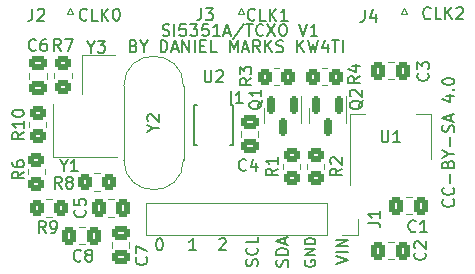
<source format=gbr>
%TF.GenerationSoftware,KiCad,Pcbnew,(6.0.11)*%
%TF.CreationDate,2023-11-05T19:40:27-06:00*%
%TF.ProjectId,PLLBoard,504c4c42-6f61-4726-942e-6b696361645f,rev?*%
%TF.SameCoordinates,Original*%
%TF.FileFunction,Legend,Top*%
%TF.FilePolarity,Positive*%
%FSLAX46Y46*%
G04 Gerber Fmt 4.6, Leading zero omitted, Abs format (unit mm)*
G04 Created by KiCad (PCBNEW (6.0.11)) date 2023-11-05 19:40:27*
%MOMM*%
%LPD*%
G01*
G04 APERTURE LIST*
G04 Aperture macros list*
%AMRoundRect*
0 Rectangle with rounded corners*
0 $1 Rounding radius*
0 $2 $3 $4 $5 $6 $7 $8 $9 X,Y pos of 4 corners*
0 Add a 4 corners polygon primitive as box body*
4,1,4,$2,$3,$4,$5,$6,$7,$8,$9,$2,$3,0*
0 Add four circle primitives for the rounded corners*
1,1,$1+$1,$2,$3*
1,1,$1+$1,$4,$5*
1,1,$1+$1,$6,$7*
1,1,$1+$1,$8,$9*
0 Add four rect primitives between the rounded corners*
20,1,$1+$1,$2,$3,$4,$5,0*
20,1,$1+$1,$4,$5,$6,$7,0*
20,1,$1+$1,$6,$7,$8,$9,0*
20,1,$1+$1,$8,$9,$2,$3,0*%
G04 Aperture macros list end*
%ADD10C,0.150000*%
%ADD11C,0.120000*%
%ADD12R,1.500000X2.000000*%
%ADD13R,3.800000X2.000000*%
%ADD14C,1.500000*%
%ADD15R,1.500000X5.080000*%
%ADD16RoundRect,0.250000X0.450000X-0.350000X0.450000X0.350000X-0.450000X0.350000X-0.450000X-0.350000X0*%
%ADD17RoundRect,0.250000X-0.450000X0.350000X-0.450000X-0.350000X0.450000X-0.350000X0.450000X0.350000X0*%
%ADD18RoundRect,0.250000X-0.475000X0.337500X-0.475000X-0.337500X0.475000X-0.337500X0.475000X0.337500X0*%
%ADD19RoundRect,0.250000X-0.350000X-0.450000X0.350000X-0.450000X0.350000X0.450000X-0.350000X0.450000X0*%
%ADD20RoundRect,0.150000X-0.150000X0.587500X-0.150000X-0.587500X0.150000X-0.587500X0.150000X0.587500X0*%
%ADD21RoundRect,0.250000X0.475000X-0.337500X0.475000X0.337500X-0.475000X0.337500X-0.475000X-0.337500X0*%
%ADD22RoundRect,0.250000X-0.337500X-0.475000X0.337500X-0.475000X0.337500X0.475000X-0.337500X0.475000X0*%
%ADD23RoundRect,0.250000X0.337500X0.475000X-0.337500X0.475000X-0.337500X-0.475000X0.337500X-0.475000X0*%
%ADD24R,0.300000X1.400000*%
%ADD25R,2.100000X1.800000*%
%ADD26R,1.700000X1.700000*%
%ADD27O,1.700000X1.700000*%
%ADD28R,1.000000X1.150000*%
G04 APERTURE END LIST*
D10*
X70048571Y-62714142D02*
X70000952Y-62761761D01*
X69858095Y-62809380D01*
X69762857Y-62809380D01*
X69620000Y-62761761D01*
X69524761Y-62666523D01*
X69477142Y-62571285D01*
X69429523Y-62380809D01*
X69429523Y-62237952D01*
X69477142Y-62047476D01*
X69524761Y-61952238D01*
X69620000Y-61857000D01*
X69762857Y-61809380D01*
X69858095Y-61809380D01*
X70000952Y-61857000D01*
X70048571Y-61904619D01*
X70953333Y-62809380D02*
X70477142Y-62809380D01*
X70477142Y-61809380D01*
X71286666Y-62809380D02*
X71286666Y-61809380D01*
X71858095Y-62809380D02*
X71429523Y-62237952D01*
X71858095Y-61809380D02*
X71286666Y-62380809D01*
X72810476Y-62809380D02*
X72239047Y-62809380D01*
X72524761Y-62809380D02*
X72524761Y-61809380D01*
X72429523Y-61952238D01*
X72334285Y-62047476D01*
X72239047Y-62095095D01*
X74290000Y-83115714D02*
X74247142Y-83201428D01*
X74247142Y-83330000D01*
X74290000Y-83458571D01*
X74375714Y-83544285D01*
X74461428Y-83587142D01*
X74632857Y-83630000D01*
X74761428Y-83630000D01*
X74932857Y-83587142D01*
X75018571Y-83544285D01*
X75104285Y-83458571D01*
X75147142Y-83330000D01*
X75147142Y-83244285D01*
X75104285Y-83115714D01*
X75061428Y-83072857D01*
X74761428Y-83072857D01*
X74761428Y-83244285D01*
X75147142Y-82687142D02*
X74247142Y-82687142D01*
X75147142Y-82172857D01*
X74247142Y-82172857D01*
X75147142Y-81744285D02*
X74247142Y-81744285D01*
X74247142Y-81530000D01*
X74290000Y-81401428D01*
X74375714Y-81315714D01*
X74461428Y-81272857D01*
X74632857Y-81230000D01*
X74761428Y-81230000D01*
X74932857Y-81272857D01*
X75018571Y-81315714D01*
X75104285Y-81401428D01*
X75147142Y-81530000D01*
X75147142Y-81744285D01*
X84907571Y-62587142D02*
X84859952Y-62634761D01*
X84717095Y-62682380D01*
X84621857Y-62682380D01*
X84479000Y-62634761D01*
X84383761Y-62539523D01*
X84336142Y-62444285D01*
X84288523Y-62253809D01*
X84288523Y-62110952D01*
X84336142Y-61920476D01*
X84383761Y-61825238D01*
X84479000Y-61730000D01*
X84621857Y-61682380D01*
X84717095Y-61682380D01*
X84859952Y-61730000D01*
X84907571Y-61777619D01*
X85812333Y-62682380D02*
X85336142Y-62682380D01*
X85336142Y-61682380D01*
X86145666Y-62682380D02*
X86145666Y-61682380D01*
X86717095Y-62682380D02*
X86288523Y-62110952D01*
X86717095Y-61682380D02*
X86145666Y-62253809D01*
X87098047Y-61777619D02*
X87145666Y-61730000D01*
X87240904Y-61682380D01*
X87479000Y-61682380D01*
X87574238Y-61730000D01*
X87621857Y-61777619D01*
X87669476Y-61872857D01*
X87669476Y-61968095D01*
X87621857Y-62110952D01*
X87050428Y-62682380D01*
X87669476Y-62682380D01*
X55824571Y-62714142D02*
X55776952Y-62761761D01*
X55634095Y-62809380D01*
X55538857Y-62809380D01*
X55396000Y-62761761D01*
X55300761Y-62666523D01*
X55253142Y-62571285D01*
X55205523Y-62380809D01*
X55205523Y-62237952D01*
X55253142Y-62047476D01*
X55300761Y-61952238D01*
X55396000Y-61857000D01*
X55538857Y-61809380D01*
X55634095Y-61809380D01*
X55776952Y-61857000D01*
X55824571Y-61904619D01*
X56729333Y-62809380D02*
X56253142Y-62809380D01*
X56253142Y-61809380D01*
X57062666Y-62809380D02*
X57062666Y-61809380D01*
X57634095Y-62809380D02*
X57205523Y-62237952D01*
X57634095Y-61809380D02*
X57062666Y-62380809D01*
X58253142Y-61809380D02*
X58348380Y-61809380D01*
X58443619Y-61857000D01*
X58491238Y-61904619D01*
X58538857Y-61999857D01*
X58586476Y-62190333D01*
X58586476Y-62428428D01*
X58538857Y-62618904D01*
X58491238Y-62714142D01*
X58443619Y-62761761D01*
X58348380Y-62809380D01*
X58253142Y-62809380D01*
X58157904Y-62761761D01*
X58110285Y-62714142D01*
X58062666Y-62618904D01*
X58015047Y-62428428D01*
X58015047Y-62190333D01*
X58062666Y-61999857D01*
X58110285Y-61904619D01*
X58157904Y-61857000D01*
X58253142Y-61809380D01*
X59762523Y-64952571D02*
X59905380Y-65000190D01*
X59953000Y-65047809D01*
X60000619Y-65143047D01*
X60000619Y-65285904D01*
X59953000Y-65381142D01*
X59905380Y-65428761D01*
X59810142Y-65476380D01*
X59429190Y-65476380D01*
X59429190Y-64476380D01*
X59762523Y-64476380D01*
X59857761Y-64524000D01*
X59905380Y-64571619D01*
X59953000Y-64666857D01*
X59953000Y-64762095D01*
X59905380Y-64857333D01*
X59857761Y-64904952D01*
X59762523Y-64952571D01*
X59429190Y-64952571D01*
X60619666Y-65000190D02*
X60619666Y-65476380D01*
X60286333Y-64476380D02*
X60619666Y-65000190D01*
X60953000Y-64476380D01*
X62048238Y-65476380D02*
X62048238Y-64476380D01*
X62286333Y-64476380D01*
X62429190Y-64524000D01*
X62524428Y-64619238D01*
X62572047Y-64714476D01*
X62619666Y-64904952D01*
X62619666Y-65047809D01*
X62572047Y-65238285D01*
X62524428Y-65333523D01*
X62429190Y-65428761D01*
X62286333Y-65476380D01*
X62048238Y-65476380D01*
X63000619Y-65190666D02*
X63476809Y-65190666D01*
X62905380Y-65476380D02*
X63238714Y-64476380D01*
X63572047Y-65476380D01*
X63905380Y-65476380D02*
X63905380Y-64476380D01*
X64476809Y-65476380D01*
X64476809Y-64476380D01*
X64953000Y-65476380D02*
X64953000Y-64476380D01*
X65429190Y-64952571D02*
X65762523Y-64952571D01*
X65905380Y-65476380D02*
X65429190Y-65476380D01*
X65429190Y-64476380D01*
X65905380Y-64476380D01*
X66810142Y-65476380D02*
X66333952Y-65476380D01*
X66333952Y-64476380D01*
X67905380Y-65476380D02*
X67905380Y-64476380D01*
X68238714Y-65190666D01*
X68572047Y-64476380D01*
X68572047Y-65476380D01*
X69000619Y-65190666D02*
X69476809Y-65190666D01*
X68905380Y-65476380D02*
X69238714Y-64476380D01*
X69572047Y-65476380D01*
X70476809Y-65476380D02*
X70143476Y-65000190D01*
X69905380Y-65476380D02*
X69905380Y-64476380D01*
X70286333Y-64476380D01*
X70381571Y-64524000D01*
X70429190Y-64571619D01*
X70476809Y-64666857D01*
X70476809Y-64809714D01*
X70429190Y-64904952D01*
X70381571Y-64952571D01*
X70286333Y-65000190D01*
X69905380Y-65000190D01*
X70905380Y-65476380D02*
X70905380Y-64476380D01*
X71476809Y-65476380D02*
X71048238Y-64904952D01*
X71476809Y-64476380D02*
X70905380Y-65047809D01*
X71857761Y-65428761D02*
X72000619Y-65476380D01*
X72238714Y-65476380D01*
X72333952Y-65428761D01*
X72381571Y-65381142D01*
X72429190Y-65285904D01*
X72429190Y-65190666D01*
X72381571Y-65095428D01*
X72333952Y-65047809D01*
X72238714Y-65000190D01*
X72048238Y-64952571D01*
X71953000Y-64904952D01*
X71905380Y-64857333D01*
X71857761Y-64762095D01*
X71857761Y-64666857D01*
X71905380Y-64571619D01*
X71953000Y-64524000D01*
X72048238Y-64476380D01*
X72286333Y-64476380D01*
X72429190Y-64524000D01*
X73619666Y-65476380D02*
X73619666Y-64476380D01*
X74191095Y-65476380D02*
X73762523Y-64904952D01*
X74191095Y-64476380D02*
X73619666Y-65047809D01*
X74524428Y-64476380D02*
X74762523Y-65476380D01*
X74953000Y-64762095D01*
X75143476Y-65476380D01*
X75381571Y-64476380D01*
X76191095Y-64809714D02*
X76191095Y-65476380D01*
X75953000Y-64428761D02*
X75714904Y-65143047D01*
X76333952Y-65143047D01*
X76572047Y-64476380D02*
X77143476Y-64476380D01*
X76857761Y-65476380D02*
X76857761Y-64476380D01*
X77476809Y-65476380D02*
X77476809Y-64476380D01*
X65055714Y-82240380D02*
X64484285Y-82240380D01*
X64770000Y-82240380D02*
X64770000Y-81240380D01*
X64674761Y-81383238D01*
X64579523Y-81478476D01*
X64484285Y-81526095D01*
X68992714Y-69794380D02*
X68421285Y-69794380D01*
X68707000Y-69794380D02*
X68707000Y-68794380D01*
X68611761Y-68937238D01*
X68516523Y-69032476D01*
X68421285Y-69080095D01*
X62222380Y-64054761D02*
X62365238Y-64102380D01*
X62603333Y-64102380D01*
X62698571Y-64054761D01*
X62746190Y-64007142D01*
X62793809Y-63911904D01*
X62793809Y-63816666D01*
X62746190Y-63721428D01*
X62698571Y-63673809D01*
X62603333Y-63626190D01*
X62412857Y-63578571D01*
X62317619Y-63530952D01*
X62270000Y-63483333D01*
X62222380Y-63388095D01*
X62222380Y-63292857D01*
X62270000Y-63197619D01*
X62317619Y-63150000D01*
X62412857Y-63102380D01*
X62650952Y-63102380D01*
X62793809Y-63150000D01*
X63222380Y-64102380D02*
X63222380Y-63102380D01*
X64174761Y-63102380D02*
X63698571Y-63102380D01*
X63650952Y-63578571D01*
X63698571Y-63530952D01*
X63793809Y-63483333D01*
X64031904Y-63483333D01*
X64127142Y-63530952D01*
X64174761Y-63578571D01*
X64222380Y-63673809D01*
X64222380Y-63911904D01*
X64174761Y-64007142D01*
X64127142Y-64054761D01*
X64031904Y-64102380D01*
X63793809Y-64102380D01*
X63698571Y-64054761D01*
X63650952Y-64007142D01*
X64555714Y-63102380D02*
X65174761Y-63102380D01*
X64841428Y-63483333D01*
X64984285Y-63483333D01*
X65079523Y-63530952D01*
X65127142Y-63578571D01*
X65174761Y-63673809D01*
X65174761Y-63911904D01*
X65127142Y-64007142D01*
X65079523Y-64054761D01*
X64984285Y-64102380D01*
X64698571Y-64102380D01*
X64603333Y-64054761D01*
X64555714Y-64007142D01*
X66079523Y-63102380D02*
X65603333Y-63102380D01*
X65555714Y-63578571D01*
X65603333Y-63530952D01*
X65698571Y-63483333D01*
X65936666Y-63483333D01*
X66031904Y-63530952D01*
X66079523Y-63578571D01*
X66127142Y-63673809D01*
X66127142Y-63911904D01*
X66079523Y-64007142D01*
X66031904Y-64054761D01*
X65936666Y-64102380D01*
X65698571Y-64102380D01*
X65603333Y-64054761D01*
X65555714Y-64007142D01*
X67079523Y-64102380D02*
X66508095Y-64102380D01*
X66793809Y-64102380D02*
X66793809Y-63102380D01*
X66698571Y-63245238D01*
X66603333Y-63340476D01*
X66508095Y-63388095D01*
X67460476Y-63816666D02*
X67936666Y-63816666D01*
X67365238Y-64102380D02*
X67698571Y-63102380D01*
X68031904Y-64102380D01*
X69079523Y-63054761D02*
X68222380Y-64340476D01*
X69270000Y-63102380D02*
X69841428Y-63102380D01*
X69555714Y-64102380D02*
X69555714Y-63102380D01*
X70746190Y-64007142D02*
X70698571Y-64054761D01*
X70555714Y-64102380D01*
X70460476Y-64102380D01*
X70317619Y-64054761D01*
X70222380Y-63959523D01*
X70174761Y-63864285D01*
X70127142Y-63673809D01*
X70127142Y-63530952D01*
X70174761Y-63340476D01*
X70222380Y-63245238D01*
X70317619Y-63150000D01*
X70460476Y-63102380D01*
X70555714Y-63102380D01*
X70698571Y-63150000D01*
X70746190Y-63197619D01*
X71079523Y-63102380D02*
X71746190Y-64102380D01*
X71746190Y-63102380D02*
X71079523Y-64102380D01*
X72317619Y-63102380D02*
X72508095Y-63102380D01*
X72603333Y-63150000D01*
X72698571Y-63245238D01*
X72746190Y-63435714D01*
X72746190Y-63769047D01*
X72698571Y-63959523D01*
X72603333Y-64054761D01*
X72508095Y-64102380D01*
X72317619Y-64102380D01*
X72222380Y-64054761D01*
X72127142Y-63959523D01*
X72079523Y-63769047D01*
X72079523Y-63435714D01*
X72127142Y-63245238D01*
X72222380Y-63150000D01*
X72317619Y-63102380D01*
X73793809Y-63102380D02*
X74127142Y-64102380D01*
X74460476Y-63102380D01*
X75317619Y-64102380D02*
X74746190Y-64102380D01*
X75031904Y-64102380D02*
X75031904Y-63102380D01*
X74936666Y-63245238D01*
X74841428Y-63340476D01*
X74746190Y-63388095D01*
X86817142Y-77953333D02*
X86864761Y-78000952D01*
X86912380Y-78143809D01*
X86912380Y-78239047D01*
X86864761Y-78381904D01*
X86769523Y-78477142D01*
X86674285Y-78524761D01*
X86483809Y-78572380D01*
X86340952Y-78572380D01*
X86150476Y-78524761D01*
X86055238Y-78477142D01*
X85960000Y-78381904D01*
X85912380Y-78239047D01*
X85912380Y-78143809D01*
X85960000Y-78000952D01*
X86007619Y-77953333D01*
X86817142Y-76953333D02*
X86864761Y-77000952D01*
X86912380Y-77143809D01*
X86912380Y-77239047D01*
X86864761Y-77381904D01*
X86769523Y-77477142D01*
X86674285Y-77524761D01*
X86483809Y-77572380D01*
X86340952Y-77572380D01*
X86150476Y-77524761D01*
X86055238Y-77477142D01*
X85960000Y-77381904D01*
X85912380Y-77239047D01*
X85912380Y-77143809D01*
X85960000Y-77000952D01*
X86007619Y-76953333D01*
X86531428Y-76524761D02*
X86531428Y-75762857D01*
X86388571Y-74953333D02*
X86436190Y-74810476D01*
X86483809Y-74762857D01*
X86579047Y-74715238D01*
X86721904Y-74715238D01*
X86817142Y-74762857D01*
X86864761Y-74810476D01*
X86912380Y-74905714D01*
X86912380Y-75286666D01*
X85912380Y-75286666D01*
X85912380Y-74953333D01*
X85960000Y-74858095D01*
X86007619Y-74810476D01*
X86102857Y-74762857D01*
X86198095Y-74762857D01*
X86293333Y-74810476D01*
X86340952Y-74858095D01*
X86388571Y-74953333D01*
X86388571Y-75286666D01*
X86436190Y-74096190D02*
X86912380Y-74096190D01*
X85912380Y-74429523D02*
X86436190Y-74096190D01*
X85912380Y-73762857D01*
X86531428Y-73429523D02*
X86531428Y-72667619D01*
X86864761Y-72239047D02*
X86912380Y-72096190D01*
X86912380Y-71858095D01*
X86864761Y-71762857D01*
X86817142Y-71715238D01*
X86721904Y-71667619D01*
X86626666Y-71667619D01*
X86531428Y-71715238D01*
X86483809Y-71762857D01*
X86436190Y-71858095D01*
X86388571Y-72048571D01*
X86340952Y-72143809D01*
X86293333Y-72191428D01*
X86198095Y-72239047D01*
X86102857Y-72239047D01*
X86007619Y-72191428D01*
X85960000Y-72143809D01*
X85912380Y-72048571D01*
X85912380Y-71810476D01*
X85960000Y-71667619D01*
X86626666Y-71286666D02*
X86626666Y-70810476D01*
X86912380Y-71381904D02*
X85912380Y-71048571D01*
X86912380Y-70715238D01*
X86245714Y-69191428D02*
X86912380Y-69191428D01*
X85864761Y-69429523D02*
X86579047Y-69667619D01*
X86579047Y-69048571D01*
X86817142Y-68667619D02*
X86864761Y-68620000D01*
X86912380Y-68667619D01*
X86864761Y-68715238D01*
X86817142Y-68667619D01*
X86912380Y-68667619D01*
X85912380Y-68000952D02*
X85912380Y-67905714D01*
X85960000Y-67810476D01*
X86007619Y-67762857D01*
X86102857Y-67715238D01*
X86293333Y-67667619D01*
X86531428Y-67667619D01*
X86721904Y-67715238D01*
X86817142Y-67762857D01*
X86864761Y-67810476D01*
X86912380Y-67905714D01*
X86912380Y-68000952D01*
X86864761Y-68096190D01*
X86817142Y-68143809D01*
X86721904Y-68191428D01*
X86531428Y-68239047D01*
X86293333Y-68239047D01*
X86102857Y-68191428D01*
X86007619Y-68143809D01*
X85960000Y-68096190D01*
X85912380Y-68000952D01*
X70234761Y-83590476D02*
X70282380Y-83447619D01*
X70282380Y-83209523D01*
X70234761Y-83114285D01*
X70187142Y-83066666D01*
X70091904Y-83019047D01*
X69996666Y-83019047D01*
X69901428Y-83066666D01*
X69853809Y-83114285D01*
X69806190Y-83209523D01*
X69758571Y-83400000D01*
X69710952Y-83495238D01*
X69663333Y-83542857D01*
X69568095Y-83590476D01*
X69472857Y-83590476D01*
X69377619Y-83542857D01*
X69330000Y-83495238D01*
X69282380Y-83400000D01*
X69282380Y-83161904D01*
X69330000Y-83019047D01*
X70187142Y-82019047D02*
X70234761Y-82066666D01*
X70282380Y-82209523D01*
X70282380Y-82304761D01*
X70234761Y-82447619D01*
X70139523Y-82542857D01*
X70044285Y-82590476D01*
X69853809Y-82638095D01*
X69710952Y-82638095D01*
X69520476Y-82590476D01*
X69425238Y-82542857D01*
X69330000Y-82447619D01*
X69282380Y-82304761D01*
X69282380Y-82209523D01*
X69330000Y-82066666D01*
X69377619Y-82019047D01*
X70282380Y-81114285D02*
X70282380Y-81590476D01*
X69282380Y-81590476D01*
X72804761Y-83634285D02*
X72852380Y-83491428D01*
X72852380Y-83253333D01*
X72804761Y-83158095D01*
X72757142Y-83110476D01*
X72661904Y-83062857D01*
X72566666Y-83062857D01*
X72471428Y-83110476D01*
X72423809Y-83158095D01*
X72376190Y-83253333D01*
X72328571Y-83443809D01*
X72280952Y-83539047D01*
X72233333Y-83586666D01*
X72138095Y-83634285D01*
X72042857Y-83634285D01*
X71947619Y-83586666D01*
X71900000Y-83539047D01*
X71852380Y-83443809D01*
X71852380Y-83205714D01*
X71900000Y-83062857D01*
X72852380Y-82634285D02*
X71852380Y-82634285D01*
X71852380Y-82396190D01*
X71900000Y-82253333D01*
X71995238Y-82158095D01*
X72090476Y-82110476D01*
X72280952Y-82062857D01*
X72423809Y-82062857D01*
X72614285Y-82110476D01*
X72709523Y-82158095D01*
X72804761Y-82253333D01*
X72852380Y-82396190D01*
X72852380Y-82634285D01*
X72566666Y-81681904D02*
X72566666Y-81205714D01*
X72852380Y-81777142D02*
X71852380Y-81443809D01*
X72852380Y-81110476D01*
X76922380Y-83391238D02*
X77922380Y-83057904D01*
X76922380Y-82724571D01*
X77922380Y-82391238D02*
X76922380Y-82391238D01*
X77922380Y-81915047D02*
X76922380Y-81915047D01*
X77922380Y-81343619D01*
X76922380Y-81343619D01*
X61928380Y-81240380D02*
X62023619Y-81240380D01*
X62118857Y-81288000D01*
X62166476Y-81335619D01*
X62214095Y-81430857D01*
X62261714Y-81621333D01*
X62261714Y-81859428D01*
X62214095Y-82049904D01*
X62166476Y-82145142D01*
X62118857Y-82192761D01*
X62023619Y-82240380D01*
X61928380Y-82240380D01*
X61833142Y-82192761D01*
X61785523Y-82145142D01*
X61737904Y-82049904D01*
X61690285Y-81859428D01*
X61690285Y-81621333D01*
X61737904Y-81430857D01*
X61785523Y-81335619D01*
X61833142Y-81288000D01*
X61928380Y-81240380D01*
X67024285Y-81335619D02*
X67071904Y-81288000D01*
X67167142Y-81240380D01*
X67405238Y-81240380D01*
X67500476Y-81288000D01*
X67548095Y-81335619D01*
X67595714Y-81430857D01*
X67595714Y-81526095D01*
X67548095Y-81668952D01*
X66976666Y-82240380D01*
X67595714Y-82240380D01*
%TO.C,U1*%
X80772095Y-72096380D02*
X80772095Y-72905904D01*
X80819714Y-73001142D01*
X80867333Y-73048761D01*
X80962571Y-73096380D01*
X81153047Y-73096380D01*
X81248285Y-73048761D01*
X81295904Y-73001142D01*
X81343523Y-72905904D01*
X81343523Y-72096380D01*
X82343523Y-73096380D02*
X81772095Y-73096380D01*
X82057809Y-73096380D02*
X82057809Y-72096380D01*
X81962571Y-72239238D01*
X81867333Y-72334476D01*
X81772095Y-72382095D01*
%TO.C,Y2*%
X61444190Y-71940190D02*
X61920380Y-71940190D01*
X60920380Y-72273523D02*
X61444190Y-71940190D01*
X60920380Y-71606857D01*
X61015619Y-71321142D02*
X60968000Y-71273523D01*
X60920380Y-71178285D01*
X60920380Y-70940190D01*
X60968000Y-70844952D01*
X61015619Y-70797333D01*
X61110857Y-70749714D01*
X61206095Y-70749714D01*
X61348952Y-70797333D01*
X61920380Y-71368761D01*
X61920380Y-70749714D01*
%TO.C,J4*%
X79356666Y-61912380D02*
X79356666Y-62626666D01*
X79309047Y-62769523D01*
X79213809Y-62864761D01*
X79070952Y-62912380D01*
X78975714Y-62912380D01*
X80261428Y-62245714D02*
X80261428Y-62912380D01*
X80023333Y-61864761D02*
X79785238Y-62579047D01*
X80404285Y-62579047D01*
%TO.C,R10*%
X50490380Y-72270857D02*
X50014190Y-72604190D01*
X50490380Y-72842285D02*
X49490380Y-72842285D01*
X49490380Y-72461333D01*
X49538000Y-72366095D01*
X49585619Y-72318476D01*
X49680857Y-72270857D01*
X49823714Y-72270857D01*
X49918952Y-72318476D01*
X49966571Y-72366095D01*
X50014190Y-72461333D01*
X50014190Y-72842285D01*
X50490380Y-71318476D02*
X50490380Y-71889904D01*
X50490380Y-71604190D02*
X49490380Y-71604190D01*
X49633238Y-71699428D01*
X49728476Y-71794666D01*
X49776095Y-71889904D01*
X49490380Y-70699428D02*
X49490380Y-70604190D01*
X49538000Y-70508952D01*
X49585619Y-70461333D01*
X49680857Y-70413714D01*
X49871333Y-70366095D01*
X50109428Y-70366095D01*
X50299904Y-70413714D01*
X50395142Y-70461333D01*
X50442761Y-70508952D01*
X50490380Y-70604190D01*
X50490380Y-70699428D01*
X50442761Y-70794666D01*
X50395142Y-70842285D01*
X50299904Y-70889904D01*
X50109428Y-70937523D01*
X49871333Y-70937523D01*
X49680857Y-70889904D01*
X49585619Y-70842285D01*
X49538000Y-70794666D01*
X49490380Y-70699428D01*
%TO.C,R7*%
X53613333Y-65352380D02*
X53280000Y-64876190D01*
X53041904Y-65352380D02*
X53041904Y-64352380D01*
X53422857Y-64352380D01*
X53518095Y-64400000D01*
X53565714Y-64447619D01*
X53613333Y-64542857D01*
X53613333Y-64685714D01*
X53565714Y-64780952D01*
X53518095Y-64828571D01*
X53422857Y-64876190D01*
X53041904Y-64876190D01*
X53946666Y-64352380D02*
X54613333Y-64352380D01*
X54184761Y-65352380D01*
%TO.C,C6*%
X51493333Y-65287142D02*
X51445714Y-65334761D01*
X51302857Y-65382380D01*
X51207619Y-65382380D01*
X51064761Y-65334761D01*
X50969523Y-65239523D01*
X50921904Y-65144285D01*
X50874285Y-64953809D01*
X50874285Y-64810952D01*
X50921904Y-64620476D01*
X50969523Y-64525238D01*
X51064761Y-64430000D01*
X51207619Y-64382380D01*
X51302857Y-64382380D01*
X51445714Y-64430000D01*
X51493333Y-64477619D01*
X52350476Y-64382380D02*
X52160000Y-64382380D01*
X52064761Y-64430000D01*
X52017142Y-64477619D01*
X51921904Y-64620476D01*
X51874285Y-64810952D01*
X51874285Y-65191904D01*
X51921904Y-65287142D01*
X51969523Y-65334761D01*
X52064761Y-65382380D01*
X52255238Y-65382380D01*
X52350476Y-65334761D01*
X52398095Y-65287142D01*
X52445714Y-65191904D01*
X52445714Y-64953809D01*
X52398095Y-64858571D01*
X52350476Y-64810952D01*
X52255238Y-64763333D01*
X52064761Y-64763333D01*
X51969523Y-64810952D01*
X51921904Y-64858571D01*
X51874285Y-64953809D01*
%TO.C,R8*%
X53681333Y-77033380D02*
X53348000Y-76557190D01*
X53109904Y-77033380D02*
X53109904Y-76033380D01*
X53490857Y-76033380D01*
X53586095Y-76081000D01*
X53633714Y-76128619D01*
X53681333Y-76223857D01*
X53681333Y-76366714D01*
X53633714Y-76461952D01*
X53586095Y-76509571D01*
X53490857Y-76557190D01*
X53109904Y-76557190D01*
X54252761Y-76461952D02*
X54157523Y-76414333D01*
X54109904Y-76366714D01*
X54062285Y-76271476D01*
X54062285Y-76223857D01*
X54109904Y-76128619D01*
X54157523Y-76081000D01*
X54252761Y-76033380D01*
X54443238Y-76033380D01*
X54538476Y-76081000D01*
X54586095Y-76128619D01*
X54633714Y-76223857D01*
X54633714Y-76271476D01*
X54586095Y-76366714D01*
X54538476Y-76414333D01*
X54443238Y-76461952D01*
X54252761Y-76461952D01*
X54157523Y-76509571D01*
X54109904Y-76557190D01*
X54062285Y-76652428D01*
X54062285Y-76842904D01*
X54109904Y-76938142D01*
X54157523Y-76985761D01*
X54252761Y-77033380D01*
X54443238Y-77033380D01*
X54538476Y-76985761D01*
X54586095Y-76938142D01*
X54633714Y-76842904D01*
X54633714Y-76652428D01*
X54586095Y-76557190D01*
X54538476Y-76509571D01*
X54443238Y-76461952D01*
%TO.C,R4*%
X78942380Y-67506666D02*
X78466190Y-67840000D01*
X78942380Y-68078095D02*
X77942380Y-68078095D01*
X77942380Y-67697142D01*
X77990000Y-67601904D01*
X78037619Y-67554285D01*
X78132857Y-67506666D01*
X78275714Y-67506666D01*
X78370952Y-67554285D01*
X78418571Y-67601904D01*
X78466190Y-67697142D01*
X78466190Y-68078095D01*
X78275714Y-66649523D02*
X78942380Y-66649523D01*
X77894761Y-66887619D02*
X78609047Y-67125714D01*
X78609047Y-66506666D01*
%TO.C,Q2*%
X79160619Y-69564238D02*
X79113000Y-69659476D01*
X79017761Y-69754714D01*
X78874904Y-69897571D01*
X78827285Y-69992809D01*
X78827285Y-70088047D01*
X79065380Y-70040428D02*
X79017761Y-70135666D01*
X78922523Y-70230904D01*
X78732047Y-70278523D01*
X78398714Y-70278523D01*
X78208238Y-70230904D01*
X78113000Y-70135666D01*
X78065380Y-70040428D01*
X78065380Y-69849952D01*
X78113000Y-69754714D01*
X78208238Y-69659476D01*
X78398714Y-69611857D01*
X78732047Y-69611857D01*
X78922523Y-69659476D01*
X79017761Y-69754714D01*
X79065380Y-69849952D01*
X79065380Y-70040428D01*
X78160619Y-69230904D02*
X78113000Y-69183285D01*
X78065380Y-69088047D01*
X78065380Y-68849952D01*
X78113000Y-68754714D01*
X78160619Y-68707095D01*
X78255857Y-68659476D01*
X78351095Y-68659476D01*
X78493952Y-68707095D01*
X79065380Y-69278523D01*
X79065380Y-68659476D01*
%TO.C,C4*%
X69296333Y-75444142D02*
X69248714Y-75491761D01*
X69105857Y-75539380D01*
X69010619Y-75539380D01*
X68867761Y-75491761D01*
X68772523Y-75396523D01*
X68724904Y-75301285D01*
X68677285Y-75110809D01*
X68677285Y-74967952D01*
X68724904Y-74777476D01*
X68772523Y-74682238D01*
X68867761Y-74587000D01*
X69010619Y-74539380D01*
X69105857Y-74539380D01*
X69248714Y-74587000D01*
X69296333Y-74634619D01*
X70153476Y-74872714D02*
X70153476Y-75539380D01*
X69915380Y-74491761D02*
X69677285Y-75206047D01*
X70296333Y-75206047D01*
%TO.C,C8*%
X55313333Y-83117142D02*
X55265714Y-83164761D01*
X55122857Y-83212380D01*
X55027619Y-83212380D01*
X54884761Y-83164761D01*
X54789523Y-83069523D01*
X54741904Y-82974285D01*
X54694285Y-82783809D01*
X54694285Y-82640952D01*
X54741904Y-82450476D01*
X54789523Y-82355238D01*
X54884761Y-82260000D01*
X55027619Y-82212380D01*
X55122857Y-82212380D01*
X55265714Y-82260000D01*
X55313333Y-82307619D01*
X55884761Y-82640952D02*
X55789523Y-82593333D01*
X55741904Y-82545714D01*
X55694285Y-82450476D01*
X55694285Y-82402857D01*
X55741904Y-82307619D01*
X55789523Y-82260000D01*
X55884761Y-82212380D01*
X56075238Y-82212380D01*
X56170476Y-82260000D01*
X56218095Y-82307619D01*
X56265714Y-82402857D01*
X56265714Y-82450476D01*
X56218095Y-82545714D01*
X56170476Y-82593333D01*
X56075238Y-82640952D01*
X55884761Y-82640952D01*
X55789523Y-82688571D01*
X55741904Y-82736190D01*
X55694285Y-82831428D01*
X55694285Y-83021904D01*
X55741904Y-83117142D01*
X55789523Y-83164761D01*
X55884761Y-83212380D01*
X56075238Y-83212380D01*
X56170476Y-83164761D01*
X56218095Y-83117142D01*
X56265714Y-83021904D01*
X56265714Y-82831428D01*
X56218095Y-82736190D01*
X56170476Y-82688571D01*
X56075238Y-82640952D01*
%TO.C,C1*%
X83653333Y-80621142D02*
X83605714Y-80668761D01*
X83462857Y-80716380D01*
X83367619Y-80716380D01*
X83224761Y-80668761D01*
X83129523Y-80573523D01*
X83081904Y-80478285D01*
X83034285Y-80287809D01*
X83034285Y-80144952D01*
X83081904Y-79954476D01*
X83129523Y-79859238D01*
X83224761Y-79764000D01*
X83367619Y-79716380D01*
X83462857Y-79716380D01*
X83605714Y-79764000D01*
X83653333Y-79811619D01*
X84605714Y-80716380D02*
X84034285Y-80716380D01*
X84320000Y-80716380D02*
X84320000Y-79716380D01*
X84224761Y-79859238D01*
X84129523Y-79954476D01*
X84034285Y-80002095D01*
%TO.C,C3*%
X84677142Y-67276666D02*
X84724761Y-67324285D01*
X84772380Y-67467142D01*
X84772380Y-67562380D01*
X84724761Y-67705238D01*
X84629523Y-67800476D01*
X84534285Y-67848095D01*
X84343809Y-67895714D01*
X84200952Y-67895714D01*
X84010476Y-67848095D01*
X83915238Y-67800476D01*
X83820000Y-67705238D01*
X83772380Y-67562380D01*
X83772380Y-67467142D01*
X83820000Y-67324285D01*
X83867619Y-67276666D01*
X83772380Y-66943333D02*
X83772380Y-66324285D01*
X84153333Y-66657619D01*
X84153333Y-66514761D01*
X84200952Y-66419523D01*
X84248571Y-66371904D01*
X84343809Y-66324285D01*
X84581904Y-66324285D01*
X84677142Y-66371904D01*
X84724761Y-66419523D01*
X84772380Y-66514761D01*
X84772380Y-66800476D01*
X84724761Y-66895714D01*
X84677142Y-66943333D01*
%TO.C,J3*%
X65486666Y-61772380D02*
X65486666Y-62486666D01*
X65439047Y-62629523D01*
X65343809Y-62724761D01*
X65200952Y-62772380D01*
X65105714Y-62772380D01*
X65867619Y-61772380D02*
X66486666Y-61772380D01*
X66153333Y-62153333D01*
X66296190Y-62153333D01*
X66391428Y-62200952D01*
X66439047Y-62248571D01*
X66486666Y-62343809D01*
X66486666Y-62581904D01*
X66439047Y-62677142D01*
X66391428Y-62724761D01*
X66296190Y-62772380D01*
X66010476Y-62772380D01*
X65915238Y-62724761D01*
X65867619Y-62677142D01*
%TO.C,R3*%
X69742380Y-67676666D02*
X69266190Y-68010000D01*
X69742380Y-68248095D02*
X68742380Y-68248095D01*
X68742380Y-67867142D01*
X68790000Y-67771904D01*
X68837619Y-67724285D01*
X68932857Y-67676666D01*
X69075714Y-67676666D01*
X69170952Y-67724285D01*
X69218571Y-67771904D01*
X69266190Y-67867142D01*
X69266190Y-68248095D01*
X68742380Y-67343333D02*
X68742380Y-66724285D01*
X69123333Y-67057619D01*
X69123333Y-66914761D01*
X69170952Y-66819523D01*
X69218571Y-66771904D01*
X69313809Y-66724285D01*
X69551904Y-66724285D01*
X69647142Y-66771904D01*
X69694761Y-66819523D01*
X69742380Y-66914761D01*
X69742380Y-67200476D01*
X69694761Y-67295714D01*
X69647142Y-67343333D01*
%TO.C,C2*%
X84431142Y-82462666D02*
X84478761Y-82510285D01*
X84526380Y-82653142D01*
X84526380Y-82748380D01*
X84478761Y-82891238D01*
X84383523Y-82986476D01*
X84288285Y-83034095D01*
X84097809Y-83081714D01*
X83954952Y-83081714D01*
X83764476Y-83034095D01*
X83669238Y-82986476D01*
X83574000Y-82891238D01*
X83526380Y-82748380D01*
X83526380Y-82653142D01*
X83574000Y-82510285D01*
X83621619Y-82462666D01*
X83621619Y-82081714D02*
X83574000Y-82034095D01*
X83526380Y-81938857D01*
X83526380Y-81700761D01*
X83574000Y-81605523D01*
X83621619Y-81557904D01*
X83716857Y-81510285D01*
X83812095Y-81510285D01*
X83954952Y-81557904D01*
X84526380Y-82129333D01*
X84526380Y-81510285D01*
%TO.C,U2*%
X65786095Y-67016380D02*
X65786095Y-67825904D01*
X65833714Y-67921142D01*
X65881333Y-67968761D01*
X65976571Y-68016380D01*
X66167047Y-68016380D01*
X66262285Y-67968761D01*
X66309904Y-67921142D01*
X66357523Y-67825904D01*
X66357523Y-67016380D01*
X66786095Y-67111619D02*
X66833714Y-67064000D01*
X66928952Y-67016380D01*
X67167047Y-67016380D01*
X67262285Y-67064000D01*
X67309904Y-67111619D01*
X67357523Y-67206857D01*
X67357523Y-67302095D01*
X67309904Y-67444952D01*
X66738476Y-68016380D01*
X67357523Y-68016380D01*
%TO.C,C5*%
X55635642Y-78836666D02*
X55683261Y-78884285D01*
X55730880Y-79027142D01*
X55730880Y-79122380D01*
X55683261Y-79265238D01*
X55588023Y-79360476D01*
X55492785Y-79408095D01*
X55302309Y-79455714D01*
X55159452Y-79455714D01*
X54968976Y-79408095D01*
X54873738Y-79360476D01*
X54778500Y-79265238D01*
X54730880Y-79122380D01*
X54730880Y-79027142D01*
X54778500Y-78884285D01*
X54826119Y-78836666D01*
X54730880Y-77931904D02*
X54730880Y-78408095D01*
X55207071Y-78455714D01*
X55159452Y-78408095D01*
X55111833Y-78312857D01*
X55111833Y-78074761D01*
X55159452Y-77979523D01*
X55207071Y-77931904D01*
X55302309Y-77884285D01*
X55540404Y-77884285D01*
X55635642Y-77931904D01*
X55683261Y-77979523D01*
X55730880Y-78074761D01*
X55730880Y-78312857D01*
X55683261Y-78408095D01*
X55635642Y-78455714D01*
%TO.C,J2*%
X51206666Y-61809380D02*
X51206666Y-62523666D01*
X51159047Y-62666523D01*
X51063809Y-62761761D01*
X50920952Y-62809380D01*
X50825714Y-62809380D01*
X51635238Y-61904619D02*
X51682857Y-61857000D01*
X51778095Y-61809380D01*
X52016190Y-61809380D01*
X52111428Y-61857000D01*
X52159047Y-61904619D01*
X52206666Y-61999857D01*
X52206666Y-62095095D01*
X52159047Y-62237952D01*
X51587619Y-62809380D01*
X52206666Y-62809380D01*
%TO.C,R1*%
X71954380Y-75334666D02*
X71478190Y-75668000D01*
X71954380Y-75906095D02*
X70954380Y-75906095D01*
X70954380Y-75525142D01*
X71002000Y-75429904D01*
X71049619Y-75382285D01*
X71144857Y-75334666D01*
X71287714Y-75334666D01*
X71382952Y-75382285D01*
X71430571Y-75429904D01*
X71478190Y-75525142D01*
X71478190Y-75906095D01*
X71954380Y-74382285D02*
X71954380Y-74953714D01*
X71954380Y-74668000D02*
X70954380Y-74668000D01*
X71097238Y-74763238D01*
X71192476Y-74858476D01*
X71240095Y-74953714D01*
%TO.C,Y1*%
X53853809Y-75076190D02*
X53853809Y-75552380D01*
X53520476Y-74552380D02*
X53853809Y-75076190D01*
X54187142Y-74552380D01*
X55044285Y-75552380D02*
X54472857Y-75552380D01*
X54758571Y-75552380D02*
X54758571Y-74552380D01*
X54663333Y-74695238D01*
X54568095Y-74790476D01*
X54472857Y-74838095D01*
%TO.C,C7*%
X60837142Y-82856666D02*
X60884761Y-82904285D01*
X60932380Y-83047142D01*
X60932380Y-83142380D01*
X60884761Y-83285238D01*
X60789523Y-83380476D01*
X60694285Y-83428095D01*
X60503809Y-83475714D01*
X60360952Y-83475714D01*
X60170476Y-83428095D01*
X60075238Y-83380476D01*
X59980000Y-83285238D01*
X59932380Y-83142380D01*
X59932380Y-83047142D01*
X59980000Y-82904285D01*
X60027619Y-82856666D01*
X59932380Y-82523333D02*
X59932380Y-81856666D01*
X60932380Y-82285238D01*
%TO.C,J1*%
X79641580Y-79936933D02*
X80355866Y-79936933D01*
X80498723Y-79984552D01*
X80593961Y-80079790D01*
X80641580Y-80222647D01*
X80641580Y-80317885D01*
X80641580Y-78936933D02*
X80641580Y-79508361D01*
X80641580Y-79222647D02*
X79641580Y-79222647D01*
X79784438Y-79317885D01*
X79879676Y-79413123D01*
X79927295Y-79508361D01*
%TO.C,R6*%
X50490380Y-75604666D02*
X50014190Y-75938000D01*
X50490380Y-76176095D02*
X49490380Y-76176095D01*
X49490380Y-75795142D01*
X49538000Y-75699904D01*
X49585619Y-75652285D01*
X49680857Y-75604666D01*
X49823714Y-75604666D01*
X49918952Y-75652285D01*
X49966571Y-75699904D01*
X50014190Y-75795142D01*
X50014190Y-76176095D01*
X49490380Y-74747523D02*
X49490380Y-74938000D01*
X49538000Y-75033238D01*
X49585619Y-75080857D01*
X49728476Y-75176095D01*
X49918952Y-75223714D01*
X50299904Y-75223714D01*
X50395142Y-75176095D01*
X50442761Y-75128476D01*
X50490380Y-75033238D01*
X50490380Y-74842761D01*
X50442761Y-74747523D01*
X50395142Y-74699904D01*
X50299904Y-74652285D01*
X50061809Y-74652285D01*
X49966571Y-74699904D01*
X49918952Y-74747523D01*
X49871333Y-74842761D01*
X49871333Y-75033238D01*
X49918952Y-75128476D01*
X49966571Y-75176095D01*
X50061809Y-75223714D01*
%TO.C,Q1*%
X70651619Y-69564238D02*
X70604000Y-69659476D01*
X70508761Y-69754714D01*
X70365904Y-69897571D01*
X70318285Y-69992809D01*
X70318285Y-70088047D01*
X70556380Y-70040428D02*
X70508761Y-70135666D01*
X70413523Y-70230904D01*
X70223047Y-70278523D01*
X69889714Y-70278523D01*
X69699238Y-70230904D01*
X69604000Y-70135666D01*
X69556380Y-70040428D01*
X69556380Y-69849952D01*
X69604000Y-69754714D01*
X69699238Y-69659476D01*
X69889714Y-69611857D01*
X70223047Y-69611857D01*
X70413523Y-69659476D01*
X70508761Y-69754714D01*
X70556380Y-69849952D01*
X70556380Y-70040428D01*
X70556380Y-68659476D02*
X70556380Y-69230904D01*
X70556380Y-68945190D02*
X69556380Y-68945190D01*
X69699238Y-69040428D01*
X69794476Y-69135666D01*
X69842095Y-69230904D01*
%TO.C,R9*%
X52323333Y-80792380D02*
X51990000Y-80316190D01*
X51751904Y-80792380D02*
X51751904Y-79792380D01*
X52132857Y-79792380D01*
X52228095Y-79840000D01*
X52275714Y-79887619D01*
X52323333Y-79982857D01*
X52323333Y-80125714D01*
X52275714Y-80220952D01*
X52228095Y-80268571D01*
X52132857Y-80316190D01*
X51751904Y-80316190D01*
X52799523Y-80792380D02*
X52990000Y-80792380D01*
X53085238Y-80744761D01*
X53132857Y-80697142D01*
X53228095Y-80554285D01*
X53275714Y-80363809D01*
X53275714Y-79982857D01*
X53228095Y-79887619D01*
X53180476Y-79840000D01*
X53085238Y-79792380D01*
X52894761Y-79792380D01*
X52799523Y-79840000D01*
X52751904Y-79887619D01*
X52704285Y-79982857D01*
X52704285Y-80220952D01*
X52751904Y-80316190D01*
X52799523Y-80363809D01*
X52894761Y-80411428D01*
X53085238Y-80411428D01*
X53180476Y-80363809D01*
X53228095Y-80316190D01*
X53275714Y-80220952D01*
%TO.C,Y3*%
X56146209Y-65033790D02*
X56146209Y-65509980D01*
X55812876Y-64509980D02*
X56146209Y-65033790D01*
X56479542Y-64509980D01*
X56717638Y-64509980D02*
X57336685Y-64509980D01*
X57003352Y-64890933D01*
X57146209Y-64890933D01*
X57241447Y-64938552D01*
X57289066Y-64986171D01*
X57336685Y-65081409D01*
X57336685Y-65319504D01*
X57289066Y-65414742D01*
X57241447Y-65462361D01*
X57146209Y-65509980D01*
X56860495Y-65509980D01*
X56765257Y-65462361D01*
X56717638Y-65414742D01*
%TO.C,R2*%
X77414380Y-75334666D02*
X76938190Y-75668000D01*
X77414380Y-75906095D02*
X76414380Y-75906095D01*
X76414380Y-75525142D01*
X76462000Y-75429904D01*
X76509619Y-75382285D01*
X76604857Y-75334666D01*
X76747714Y-75334666D01*
X76842952Y-75382285D01*
X76890571Y-75429904D01*
X76938190Y-75525142D01*
X76938190Y-75906095D01*
X76509619Y-74953714D02*
X76462000Y-74906095D01*
X76414380Y-74810857D01*
X76414380Y-74572761D01*
X76462000Y-74477523D01*
X76509619Y-74429904D01*
X76604857Y-74382285D01*
X76700095Y-74382285D01*
X76842952Y-74429904D01*
X77414380Y-75001333D01*
X77414380Y-74382285D01*
D11*
%TO.C,U1*%
X84944000Y-74494000D02*
X84944000Y-70734000D01*
X78124000Y-70734000D02*
X79384000Y-70734000D01*
X78124000Y-76744000D02*
X78124000Y-70734000D01*
X84944000Y-70734000D02*
X83684000Y-70734000D01*
%TO.C,Y2*%
X58943000Y-74599000D02*
X58943000Y-68349000D01*
X63993000Y-74599000D02*
X63993000Y-68349000D01*
X63993000Y-68349000D02*
G75*
G03*
X58943000Y-68349000I-2525000J0D01*
G01*
X58943000Y-74599000D02*
G75*
G03*
X63993000Y-74599000I2525000J0D01*
G01*
%TO.C,J4*%
X82940000Y-62210000D02*
X82690000Y-61710000D01*
X82440000Y-62210000D02*
X82940000Y-62210000D01*
X82690000Y-61710000D02*
X82440000Y-62210000D01*
%TO.C,R10*%
X52375000Y-71817064D02*
X52375000Y-71362936D01*
X50905000Y-71817064D02*
X50905000Y-71362936D01*
%TO.C,R7*%
X53045000Y-67212936D02*
X53045000Y-67667064D01*
X54515000Y-67212936D02*
X54515000Y-67667064D01*
%TO.C,C6*%
X52395000Y-67208748D02*
X52395000Y-67731252D01*
X50925000Y-67208748D02*
X50925000Y-67731252D01*
%TO.C,R8*%
X56452936Y-75745000D02*
X56907064Y-75745000D01*
X56452936Y-77215000D02*
X56907064Y-77215000D01*
%TO.C,R4*%
X75718936Y-66829000D02*
X76173064Y-66829000D01*
X75718936Y-68299000D02*
X76173064Y-68299000D01*
%TO.C,Q2*%
X77760000Y-70866000D02*
X77760000Y-69191000D01*
X74640000Y-70866000D02*
X74640000Y-70216000D01*
X77760000Y-70866000D02*
X77760000Y-71516000D01*
X74640000Y-70866000D02*
X74640000Y-71516000D01*
%TO.C,C4*%
X68855000Y-72681252D02*
X68855000Y-72158748D01*
X70325000Y-72681252D02*
X70325000Y-72158748D01*
%TO.C,C8*%
X55110748Y-81761000D02*
X55633252Y-81761000D01*
X55110748Y-80291000D02*
X55633252Y-80291000D01*
%TO.C,C1*%
X82796748Y-77751000D02*
X83319252Y-77751000D01*
X82796748Y-79221000D02*
X83319252Y-79221000D01*
%TO.C,C3*%
X81795252Y-67791000D02*
X81272748Y-67791000D01*
X81795252Y-66321000D02*
X81272748Y-66321000D01*
%TO.C,J3*%
X69084000Y-62257000D02*
X68834000Y-61757000D01*
X68834000Y-61757000D02*
X68584000Y-62257000D01*
X68584000Y-62257000D02*
X69084000Y-62257000D01*
%TO.C,R3*%
X71654936Y-66829000D02*
X72109064Y-66829000D01*
X71654936Y-68299000D02*
X72109064Y-68299000D01*
%TO.C,C2*%
X81795252Y-83031000D02*
X81272748Y-83031000D01*
X81795252Y-81561000D02*
X81272748Y-81561000D01*
D10*
%TO.C,U2*%
X68223000Y-69953000D02*
X68223000Y-73303000D01*
X64873000Y-69953000D02*
X65173000Y-69953000D01*
X64873000Y-73303000D02*
X65173000Y-73303000D01*
X68223000Y-73303000D02*
X67923000Y-73303000D01*
X68223000Y-69953000D02*
X67998000Y-69953000D01*
X67998000Y-69953000D02*
X67998000Y-68728000D01*
X64873000Y-69953000D02*
X64873000Y-73303000D01*
D11*
%TO.C,C5*%
X57578748Y-79405000D02*
X58101252Y-79405000D01*
X57578748Y-77935000D02*
X58101252Y-77935000D01*
%TO.C,J2*%
X54660000Y-62220000D02*
X54410000Y-61720000D01*
X54410000Y-61720000D02*
X54160000Y-62220000D01*
X54160000Y-62220000D02*
X54660000Y-62220000D01*
%TO.C,R1*%
X72417000Y-75395064D02*
X72417000Y-74940936D01*
X73887000Y-75395064D02*
X73887000Y-74940936D01*
%TO.C,Y1*%
X52980000Y-69850000D02*
X52980000Y-74350000D01*
X52980000Y-74350000D02*
X58380000Y-74350000D01*
%TO.C,C7*%
X57939000Y-82049252D02*
X57939000Y-81526748D01*
X59409000Y-82049252D02*
X59409000Y-81526748D01*
%TO.C,J1*%
X60849200Y-78273600D02*
X60849200Y-80933600D01*
X78749200Y-79603600D02*
X78749200Y-80933600D01*
X76149200Y-78273600D02*
X60849200Y-78273600D01*
X76149200Y-80933600D02*
X60849200Y-80933600D01*
X78749200Y-80933600D02*
X77419200Y-80933600D01*
X76149200Y-78273600D02*
X76149200Y-80933600D01*
%TO.C,R6*%
X50785000Y-75837064D02*
X50785000Y-75382936D01*
X52255000Y-75837064D02*
X52255000Y-75382936D01*
%TO.C,Q1*%
X73950000Y-70866000D02*
X73950000Y-69191000D01*
X73950000Y-70866000D02*
X73950000Y-71516000D01*
X70830000Y-70866000D02*
X70830000Y-71516000D01*
X70830000Y-70866000D02*
X70830000Y-70216000D01*
%TO.C,R9*%
X52392936Y-79395000D02*
X52847064Y-79395000D01*
X52392936Y-77925000D02*
X52847064Y-77925000D01*
%TO.C,Y3*%
X58210000Y-65740000D02*
X55410000Y-65740000D01*
X55410000Y-65740000D02*
X55410000Y-69040000D01*
%TO.C,R2*%
X75919000Y-75395064D02*
X75919000Y-74940936D01*
X74449000Y-75395064D02*
X74449000Y-74940936D01*
%TD*%
%LPC*%
D12*
%TO.C,U1*%
X79234000Y-75794000D03*
X81534000Y-75794000D03*
D13*
X81534000Y-69494000D03*
D12*
X83834000Y-75794000D03*
%TD*%
D14*
%TO.C,Y2*%
X61468000Y-73914000D03*
X61468000Y-69034000D03*
%TD*%
D15*
%TO.C,J4*%
X82690000Y-58500000D03*
X86940000Y-58500000D03*
X78440000Y-58500000D03*
%TD*%
D16*
%TO.C,R10*%
X51640000Y-72590000D03*
X51640000Y-70590000D03*
%TD*%
D17*
%TO.C,R7*%
X53780000Y-66440000D03*
X53780000Y-68440000D03*
%TD*%
D18*
%TO.C,C6*%
X51660000Y-66432500D03*
X51660000Y-68507500D03*
%TD*%
D19*
%TO.C,R8*%
X55680000Y-76480000D03*
X57680000Y-76480000D03*
%TD*%
%TO.C,R4*%
X74946000Y-67564000D03*
X76946000Y-67564000D03*
%TD*%
D20*
%TO.C,Q2*%
X77150000Y-69928500D03*
X75250000Y-69928500D03*
X76200000Y-71803500D03*
%TD*%
D21*
%TO.C,C4*%
X69590000Y-73457500D03*
X69590000Y-71382500D03*
%TD*%
D22*
%TO.C,C8*%
X56409500Y-81026000D03*
X54334500Y-81026000D03*
%TD*%
%TO.C,C1*%
X82020500Y-78486000D03*
X84095500Y-78486000D03*
%TD*%
D23*
%TO.C,C3*%
X82571500Y-67056000D03*
X80496500Y-67056000D03*
%TD*%
D15*
%TO.C,J3*%
X68834000Y-58547000D03*
X73084000Y-58547000D03*
X64584000Y-58547000D03*
%TD*%
D19*
%TO.C,R3*%
X70882000Y-67564000D03*
X72882000Y-67564000D03*
%TD*%
D23*
%TO.C,C2*%
X82571500Y-82296000D03*
X80496500Y-82296000D03*
%TD*%
D24*
%TO.C,U2*%
X67548000Y-69428000D03*
X67048000Y-69428000D03*
X66548000Y-69428000D03*
X66048000Y-69428000D03*
X65548000Y-69428000D03*
X65548000Y-73828000D03*
X66048000Y-73828000D03*
X66548000Y-73828000D03*
X67048000Y-73828000D03*
X67548000Y-73828000D03*
%TD*%
D22*
%TO.C,C5*%
X56802500Y-78670000D03*
X58877500Y-78670000D03*
%TD*%
D15*
%TO.C,J2*%
X54410000Y-58510000D03*
X58660000Y-58510000D03*
X50160000Y-58510000D03*
%TD*%
D16*
%TO.C,R1*%
X73152000Y-76168000D03*
X73152000Y-74168000D03*
%TD*%
D25*
%TO.C,Y1*%
X54230000Y-73250000D03*
X57130000Y-73250000D03*
X57130000Y-70950000D03*
X54230000Y-70950000D03*
%TD*%
D21*
%TO.C,C7*%
X58674000Y-82825500D03*
X58674000Y-80750500D03*
%TD*%
D26*
%TO.C,J1*%
X77419200Y-79603600D03*
D27*
X74879200Y-79603600D03*
X72339200Y-79603600D03*
X69799200Y-79603600D03*
X67259200Y-79603600D03*
X64719200Y-79603600D03*
X62179200Y-79603600D03*
%TD*%
D16*
%TO.C,R6*%
X51520000Y-76610000D03*
X51520000Y-74610000D03*
%TD*%
D20*
%TO.C,Q1*%
X73340000Y-69928500D03*
X71440000Y-69928500D03*
X72390000Y-71803500D03*
%TD*%
D19*
%TO.C,R9*%
X51620000Y-78660000D03*
X53620000Y-78660000D03*
%TD*%
D28*
%TO.C,Y3*%
X56110000Y-66515000D03*
X56110000Y-68265000D03*
X57510000Y-68265000D03*
X57510000Y-66515000D03*
%TD*%
D16*
%TO.C,R2*%
X75184000Y-76168000D03*
X75184000Y-74168000D03*
%TD*%
M02*

</source>
